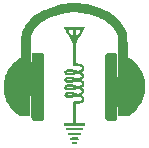
<source format=gbr>
%TF.GenerationSoftware,KiCad,Pcbnew,9.0.4*%
%TF.CreationDate,2025-11-06T21:14:43+01:00*%
%TF.ProjectId,pwr_latcher,7077725f-6c61-4746-9368-65722e6b6963,rev?*%
%TF.SameCoordinates,Original*%
%TF.FileFunction,Legend,Bot*%
%TF.FilePolarity,Positive*%
%FSLAX46Y46*%
G04 Gerber Fmt 4.6, Leading zero omitted, Abs format (unit mm)*
G04 Created by KiCad (PCBNEW 9.0.4) date 2025-11-06 21:14:43*
%MOMM*%
%LPD*%
G01*
G04 APERTURE LIST*
%ADD10C,0.000000*%
G04 APERTURE END LIST*
D10*
%TO.C,g1*%
G36*
X156910750Y-93687014D02*
G01*
X156910750Y-93781639D01*
X156728260Y-93781639D01*
X156545769Y-93781639D01*
X156545769Y-93687014D01*
X156545769Y-93592389D01*
X156728260Y-93592389D01*
X156910750Y-93592389D01*
X156910750Y-93687014D01*
G37*
G36*
X157248696Y-92889462D02*
G01*
X157248696Y-92997922D01*
X156724880Y-92994384D01*
X156201064Y-92990846D01*
X156201064Y-92889462D01*
X156201064Y-92788078D01*
X156724880Y-92784540D01*
X157248696Y-92781002D01*
X157248696Y-92889462D01*
G37*
G36*
X157059564Y-93217033D02*
G01*
X157060098Y-93231417D01*
X157063228Y-93271649D01*
X157068206Y-93318653D01*
X157076730Y-93389622D01*
X156729550Y-93389622D01*
X156382370Y-93389622D01*
X156386342Y-93291618D01*
X156390314Y-93193613D01*
X156724880Y-93189998D01*
X157059446Y-93186382D01*
X157059564Y-93217033D01*
G37*
G36*
X157435296Y-92475655D02*
G01*
X157436361Y-92510839D01*
X157435496Y-92550832D01*
X157432294Y-92573781D01*
X157431949Y-92574470D01*
X157425412Y-92578549D01*
X157410006Y-92581927D01*
X157383711Y-92584645D01*
X157344511Y-92586746D01*
X157290386Y-92588274D01*
X157219319Y-92589271D01*
X157129290Y-92589781D01*
X157018283Y-92589846D01*
X156884278Y-92589509D01*
X156725258Y-92588812D01*
X156025332Y-92585311D01*
X156025332Y-92490686D01*
X156025332Y-92396061D01*
X156728260Y-92396061D01*
X157431187Y-92396061D01*
X157435296Y-92475655D01*
G37*
G36*
X160004176Y-86009562D02*
G01*
X160061528Y-86010785D01*
X160103740Y-86013231D01*
X160135000Y-86017294D01*
X160159493Y-86023368D01*
X160181403Y-86031849D01*
X160204918Y-86043130D01*
X160274482Y-86091555D01*
X160327491Y-86157354D01*
X160358697Y-86234424D01*
X160358715Y-86234504D01*
X160359958Y-86253627D01*
X160361161Y-86298532D01*
X160362317Y-86367984D01*
X160363423Y-86460746D01*
X160364471Y-86575583D01*
X160365458Y-86711259D01*
X160366376Y-86866537D01*
X160367222Y-87040182D01*
X160367989Y-87230959D01*
X160368672Y-87437631D01*
X160369265Y-87658962D01*
X160369763Y-87893717D01*
X160370160Y-88140660D01*
X160370452Y-88398555D01*
X160370632Y-88666165D01*
X160370695Y-88942256D01*
X160370695Y-89067925D01*
X160370685Y-89372959D01*
X160370650Y-89652534D01*
X160370579Y-89907787D01*
X160370463Y-90139852D01*
X160370291Y-90349866D01*
X160370052Y-90538963D01*
X160369735Y-90708280D01*
X160369330Y-90858953D01*
X160368827Y-90992116D01*
X160368216Y-91108906D01*
X160367484Y-91210458D01*
X160366623Y-91297908D01*
X160365621Y-91372392D01*
X160364468Y-91435045D01*
X160363153Y-91487003D01*
X160361667Y-91529401D01*
X160359998Y-91563375D01*
X160358135Y-91590062D01*
X160356069Y-91610595D01*
X160353789Y-91626112D01*
X160351284Y-91637748D01*
X160348543Y-91646638D01*
X160345557Y-91653918D01*
X160317382Y-91700054D01*
X160260912Y-91749723D01*
X160186851Y-91779910D01*
X160177981Y-91781460D01*
X160139540Y-91784798D01*
X160080754Y-91787469D01*
X160006347Y-91789338D01*
X159921044Y-91790270D01*
X159829570Y-91790129D01*
X159524387Y-91787759D01*
X159469062Y-91751117D01*
X159456288Y-91742080D01*
X159412103Y-91704268D01*
X159375740Y-91664660D01*
X159364654Y-91649498D01*
X159351965Y-91627576D01*
X159343255Y-91601936D01*
X159337275Y-91566754D01*
X159332776Y-91516205D01*
X159328507Y-91444464D01*
X159327533Y-91420152D01*
X159326190Y-91363936D01*
X159324951Y-91284726D01*
X159323815Y-91184135D01*
X159322780Y-91063778D01*
X159321846Y-90925268D01*
X159321012Y-90770219D01*
X159320276Y-90600246D01*
X159319639Y-90416961D01*
X159319099Y-90221978D01*
X159318655Y-90016913D01*
X159318307Y-89803378D01*
X159318052Y-89582987D01*
X159317892Y-89357354D01*
X159317824Y-89128094D01*
X159317848Y-88896819D01*
X159317962Y-88665144D01*
X159318167Y-88434683D01*
X159318460Y-88207049D01*
X159318842Y-87983857D01*
X159319311Y-87766720D01*
X159319866Y-87557253D01*
X159320507Y-87357068D01*
X159321232Y-87167780D01*
X159322041Y-86991003D01*
X159322933Y-86828350D01*
X159323907Y-86681436D01*
X159324961Y-86551874D01*
X159326096Y-86441279D01*
X159327309Y-86351263D01*
X159328601Y-86283442D01*
X159329971Y-86239428D01*
X159331416Y-86220836D01*
X159351224Y-86175638D01*
X159392044Y-86119305D01*
X159444026Y-86069255D01*
X159499414Y-86034107D01*
X159515758Y-86027472D01*
X159539779Y-86020773D01*
X159570785Y-86015921D01*
X159612785Y-86012625D01*
X159669788Y-86010597D01*
X159745805Y-86009546D01*
X159844844Y-86009184D01*
X159927501Y-86009166D01*
X160004176Y-86009562D01*
G37*
G36*
X153513003Y-86024147D02*
G01*
X153627674Y-86025228D01*
X153678618Y-86025731D01*
X153782891Y-86026861D01*
X153864531Y-86028093D01*
X153926643Y-86029682D01*
X153972335Y-86031883D01*
X154004710Y-86034950D01*
X154026876Y-86039139D01*
X154041936Y-86044704D01*
X154052999Y-86051902D01*
X154063168Y-86060986D01*
X154070940Y-86069414D01*
X154095613Y-86110561D01*
X154113660Y-86162168D01*
X154115583Y-86175129D01*
X154117503Y-86200133D01*
X154119264Y-86237461D01*
X154120873Y-86288033D01*
X154122334Y-86352767D01*
X154123653Y-86432584D01*
X154124836Y-86528403D01*
X154125889Y-86641143D01*
X154126818Y-86771724D01*
X154127627Y-86921065D01*
X154128323Y-87090086D01*
X154128911Y-87279706D01*
X154129397Y-87490845D01*
X154129786Y-87724422D01*
X154130085Y-87981356D01*
X154130299Y-88262568D01*
X154130433Y-88568977D01*
X154130493Y-88901501D01*
X154130504Y-89115838D01*
X154130498Y-89415218D01*
X154130456Y-89689441D01*
X154130369Y-89939632D01*
X154130228Y-90166918D01*
X154130022Y-90372426D01*
X154129742Y-90557281D01*
X154129379Y-90722611D01*
X154128923Y-90869541D01*
X154128365Y-90999197D01*
X154127695Y-91112707D01*
X154126903Y-91211197D01*
X154125981Y-91295792D01*
X154124918Y-91367619D01*
X154123705Y-91427805D01*
X154122333Y-91477476D01*
X154120791Y-91517758D01*
X154119072Y-91549777D01*
X154117164Y-91574661D01*
X154115058Y-91593534D01*
X154112745Y-91607525D01*
X154110216Y-91617758D01*
X154107460Y-91625361D01*
X154085143Y-91669119D01*
X154036766Y-91727278D01*
X153970622Y-91769428D01*
X153959399Y-91774389D01*
X153939165Y-91781259D01*
X153914377Y-91786284D01*
X153881289Y-91789681D01*
X153836156Y-91791666D01*
X153775230Y-91792453D01*
X153694766Y-91792260D01*
X153591018Y-91791301D01*
X153265484Y-91787759D01*
X153200225Y-91747206D01*
X153199509Y-91746759D01*
X153144750Y-91702954D01*
X153107392Y-91653325D01*
X153105805Y-91650229D01*
X153102697Y-91643589D01*
X153099850Y-91635764D01*
X153097253Y-91625630D01*
X153094898Y-91612062D01*
X153092774Y-91593938D01*
X153090872Y-91570133D01*
X153089181Y-91539524D01*
X153087693Y-91500985D01*
X153086396Y-91453394D01*
X153085283Y-91395626D01*
X153084342Y-91326558D01*
X153083564Y-91245065D01*
X153082940Y-91150024D01*
X153082459Y-91040310D01*
X153082112Y-90914800D01*
X153081889Y-90772370D01*
X153081780Y-90611896D01*
X153081776Y-90432253D01*
X153081866Y-90232319D01*
X153082042Y-90010969D01*
X153082293Y-89767079D01*
X153082609Y-89499525D01*
X153082981Y-89207183D01*
X153083399Y-88888929D01*
X153083780Y-88580700D01*
X153084115Y-88282456D01*
X153084420Y-88009098D01*
X153084730Y-87759526D01*
X153085085Y-87532639D01*
X153085521Y-87327335D01*
X153086075Y-87142515D01*
X153086784Y-86977077D01*
X153087686Y-86829921D01*
X153088817Y-86699946D01*
X153090216Y-86586051D01*
X153091919Y-86487136D01*
X153093964Y-86402100D01*
X153096387Y-86329841D01*
X153099226Y-86269260D01*
X153102518Y-86219255D01*
X153106300Y-86178727D01*
X153110610Y-86146573D01*
X153115485Y-86121693D01*
X153120961Y-86102987D01*
X153127077Y-86089354D01*
X153133869Y-86079693D01*
X153141374Y-86072903D01*
X153149630Y-86067884D01*
X153158674Y-86063535D01*
X153168543Y-86058754D01*
X153179275Y-86052442D01*
X153184989Y-86048662D01*
X153198551Y-86040561D01*
X153213555Y-86034287D01*
X153233199Y-86029647D01*
X153260684Y-86026445D01*
X153299208Y-86024489D01*
X153351969Y-86023583D01*
X153422168Y-86023533D01*
X153513003Y-86024147D01*
G37*
G36*
X156760951Y-81820543D02*
G01*
X156905938Y-81823844D01*
X157048755Y-81829324D01*
X157183399Y-81836840D01*
X157303866Y-81846247D01*
X157404151Y-81857400D01*
X157757463Y-81915909D01*
X158147624Y-82005506D01*
X158535799Y-82121263D01*
X158923579Y-82263603D01*
X159053308Y-82316958D01*
X159253321Y-82404162D01*
X159446790Y-82494360D01*
X159628794Y-82585151D01*
X159794418Y-82674137D01*
X159938744Y-82758917D01*
X160013540Y-82807825D01*
X160159805Y-82916381D01*
X160308042Y-83041836D01*
X160452600Y-83178983D01*
X160587826Y-83322618D01*
X160708070Y-83467536D01*
X160788685Y-83579105D01*
X160877036Y-83717214D01*
X160959383Y-83862172D01*
X161032338Y-84007601D01*
X161092514Y-84147120D01*
X161136522Y-84274350D01*
X161139950Y-84286046D01*
X161154448Y-84335293D01*
X161166928Y-84378630D01*
X161177551Y-84418411D01*
X161186480Y-84456989D01*
X161193877Y-84496716D01*
X161199905Y-84539947D01*
X161204724Y-84589034D01*
X161208498Y-84646331D01*
X161211389Y-84714190D01*
X161213559Y-84794965D01*
X161215170Y-84891008D01*
X161216384Y-85004674D01*
X161217363Y-85138314D01*
X161218270Y-85294283D01*
X161219267Y-85474933D01*
X161224389Y-86380628D01*
X161373260Y-86473293D01*
X161527945Y-86577174D01*
X161728877Y-86735838D01*
X161915286Y-86910874D01*
X162081243Y-87097061D01*
X162114737Y-87139236D01*
X162273865Y-87364527D01*
X162408989Y-87600161D01*
X162520078Y-87844448D01*
X162607100Y-88095699D01*
X162670023Y-88352225D01*
X162708818Y-88612337D01*
X162723449Y-88874345D01*
X162713891Y-89136561D01*
X162680108Y-89397294D01*
X162622069Y-89654856D01*
X162539744Y-89907557D01*
X162433100Y-90153709D01*
X162302108Y-90391622D01*
X162146734Y-90619606D01*
X162146686Y-90619670D01*
X161996927Y-90802282D01*
X161832257Y-90971293D01*
X161648665Y-91130482D01*
X161442142Y-91283628D01*
X161310803Y-91374282D01*
X160875454Y-91374874D01*
X160440105Y-91375465D01*
X160435639Y-88033182D01*
X160431173Y-84690899D01*
X160402007Y-84596274D01*
X160388390Y-84553612D01*
X160332122Y-84403946D01*
X160264211Y-84262750D01*
X160182084Y-84126043D01*
X160083171Y-83989848D01*
X159964899Y-83850185D01*
X159824696Y-83703075D01*
X159800092Y-83678585D01*
X159690591Y-83573575D01*
X159586568Y-83481709D01*
X159484051Y-83400560D01*
X159379069Y-83327703D01*
X159267648Y-83260710D01*
X159145817Y-83197158D01*
X159009602Y-83134619D01*
X158855033Y-83070668D01*
X158678135Y-83002879D01*
X158468045Y-82927187D01*
X158191531Y-82836466D01*
X157929318Y-82761784D01*
X157677662Y-82702381D01*
X157432820Y-82657499D01*
X157191049Y-82626380D01*
X156948605Y-82608264D01*
X156701744Y-82602395D01*
X156654017Y-82602595D01*
X156470215Y-82607612D01*
X156292942Y-82619997D01*
X156115999Y-82640580D01*
X155933189Y-82670188D01*
X155738312Y-82709652D01*
X155525173Y-82759801D01*
X155495093Y-82767466D01*
X155385695Y-82797734D01*
X155262000Y-82834962D01*
X155128492Y-82877569D01*
X154989650Y-82923974D01*
X154849958Y-82972596D01*
X154713897Y-83021853D01*
X154585948Y-83070165D01*
X154470593Y-83115950D01*
X154372315Y-83157626D01*
X154295595Y-83193614D01*
X154117675Y-83295067D01*
X153933854Y-83423055D01*
X153752936Y-83572191D01*
X153578605Y-83739669D01*
X153517671Y-83804191D01*
X153382010Y-83961578D01*
X153268828Y-84115790D01*
X153175809Y-84270518D01*
X153100637Y-84429449D01*
X153040997Y-84596274D01*
X153012035Y-84690899D01*
X153007375Y-88033182D01*
X153002714Y-91375465D01*
X152572315Y-91375465D01*
X152141915Y-91375465D01*
X152022155Y-91296599D01*
X151888254Y-91203220D01*
X151671185Y-91026713D01*
X151474094Y-90832524D01*
X151297707Y-90621478D01*
X151142753Y-90394396D01*
X151009960Y-90152102D01*
X150971301Y-90070317D01*
X150905974Y-89916425D01*
X150852884Y-89765503D01*
X150807891Y-89606368D01*
X150794998Y-89553398D01*
X150745506Y-89283364D01*
X150722255Y-89012538D01*
X150724736Y-88742684D01*
X150752440Y-88475566D01*
X150804856Y-88212947D01*
X150881476Y-87956591D01*
X150981789Y-87708262D01*
X151105288Y-87469723D01*
X151251461Y-87242738D01*
X151419799Y-87029070D01*
X151609793Y-86830484D01*
X151679794Y-86766434D01*
X151780340Y-86681051D01*
X151884335Y-86599243D01*
X151986340Y-86525088D01*
X152080912Y-86462664D01*
X152162613Y-86416050D01*
X152220064Y-86386837D01*
X152220064Y-85549985D01*
X152220065Y-85536136D01*
X152220350Y-85352284D01*
X152221115Y-85184722D01*
X152222338Y-85034984D01*
X152223995Y-84904607D01*
X152226063Y-84795124D01*
X152228517Y-84708071D01*
X152231335Y-84644981D01*
X152234493Y-84607391D01*
X152251271Y-84504566D01*
X152307711Y-84277526D01*
X152390077Y-84052742D01*
X152497607Y-83831680D01*
X152629536Y-83615811D01*
X152785102Y-83406601D01*
X152963539Y-83205521D01*
X152984906Y-83183574D01*
X153115865Y-83057739D01*
X153253132Y-82941204D01*
X153400109Y-82831723D01*
X153560195Y-82727049D01*
X153736791Y-82624934D01*
X153933297Y-82523133D01*
X154153113Y-82419397D01*
X154292535Y-82357564D01*
X154634120Y-82218459D01*
X154967383Y-82101259D01*
X155296105Y-82004924D01*
X155624066Y-81928415D01*
X155955046Y-81870692D01*
X156292825Y-81830715D01*
X156373026Y-81825159D01*
X156488491Y-81821056D01*
X156619801Y-81819566D01*
X156760951Y-81820543D01*
G37*
G36*
X157482694Y-84098398D02*
G01*
X157441218Y-84174632D01*
X157391493Y-84265839D01*
X157335294Y-84368765D01*
X157274396Y-84480158D01*
X157210575Y-84596766D01*
X157145605Y-84715337D01*
X156843161Y-85266970D01*
X156843161Y-86082571D01*
X156843096Y-86224948D01*
X156842972Y-86375402D01*
X156843017Y-86502410D01*
X156843468Y-86607940D01*
X156844559Y-86693963D01*
X156846524Y-86762450D01*
X156849598Y-86815370D01*
X156854015Y-86854694D01*
X156860011Y-86882392D01*
X156867820Y-86900433D01*
X156877676Y-86910789D01*
X156889815Y-86915430D01*
X156904471Y-86916325D01*
X156921878Y-86915445D01*
X156942271Y-86914759D01*
X156956643Y-86915137D01*
X157026139Y-86922614D01*
X157108701Y-86937975D01*
X157194928Y-86958992D01*
X157275419Y-86983442D01*
X157340774Y-87009098D01*
X157409221Y-87045315D01*
X157483710Y-87101273D01*
X157534620Y-87165503D01*
X157563807Y-87240558D01*
X157573124Y-87328990D01*
X157573058Y-87338281D01*
X157568302Y-87394847D01*
X157553638Y-87442731D01*
X157525716Y-87487528D01*
X157481186Y-87534832D01*
X157416698Y-87590240D01*
X157416385Y-87590495D01*
X157373938Y-87625310D01*
X157349762Y-87647500D01*
X157341142Y-87661438D01*
X157343720Y-87667582D01*
X157345363Y-87671499D01*
X157359711Y-87682057D01*
X157372186Y-87690952D01*
X157411310Y-87723514D01*
X157455528Y-87764919D01*
X157498355Y-87808654D01*
X157533303Y-87848204D01*
X157553888Y-87877056D01*
X157554911Y-87879065D01*
X157568172Y-87925456D01*
X157572451Y-87984137D01*
X157567739Y-88042603D01*
X157554027Y-88088350D01*
X157539681Y-88109749D01*
X157505773Y-88148844D01*
X157461186Y-88193476D01*
X157412234Y-88237422D01*
X157365228Y-88274458D01*
X157326304Y-88302376D01*
X157342892Y-88315408D01*
X157410733Y-88368707D01*
X157431156Y-88385104D01*
X157497238Y-88445908D01*
X157541161Y-88502801D01*
X157565574Y-88559901D01*
X157573124Y-88621326D01*
X157567799Y-88672531D01*
X157541680Y-88740743D01*
X157492249Y-88807563D01*
X157417805Y-88875774D01*
X157415020Y-88878001D01*
X157378811Y-88907934D01*
X157353156Y-88930910D01*
X157343452Y-88942112D01*
X157343483Y-88942158D01*
X157346483Y-88946542D01*
X157365238Y-88966108D01*
X157397320Y-88996901D01*
X157438298Y-89034600D01*
X157458197Y-89053029D01*
X157500592Y-89095300D01*
X157534273Y-89132914D01*
X157553307Y-89159430D01*
X157566734Y-89197877D01*
X157574187Y-89258299D01*
X157570535Y-89319495D01*
X157555638Y-89368818D01*
X157550811Y-89377150D01*
X157519907Y-89417423D01*
X157475357Y-89464223D01*
X157424124Y-89510644D01*
X157373173Y-89549780D01*
X157332147Y-89577862D01*
X157328677Y-89580237D01*
X157386691Y-89617099D01*
X157400610Y-89626377D01*
X157464741Y-89680150D01*
X157519362Y-89743152D01*
X157556431Y-89806414D01*
X157569162Y-89849233D01*
X157575882Y-89922633D01*
X157569133Y-89999162D01*
X157549242Y-90067014D01*
X157524186Y-90113668D01*
X157460685Y-90187918D01*
X157374381Y-90248188D01*
X157265581Y-90294327D01*
X157134591Y-90326186D01*
X156981719Y-90343616D01*
X156843161Y-90352219D01*
X156843161Y-91167993D01*
X156843161Y-91983768D01*
X157228419Y-91983768D01*
X157613677Y-91983768D01*
X157613677Y-92085151D01*
X157613677Y-92186535D01*
X156721501Y-92186535D01*
X155829324Y-92186535D01*
X155829324Y-92085151D01*
X155829324Y-91983768D01*
X156228100Y-91983768D01*
X156626876Y-91983768D01*
X156626876Y-91065940D01*
X156626876Y-90148113D01*
X156812746Y-90139041D01*
X156885770Y-90135054D01*
X156984824Y-90127511D01*
X157064311Y-90117946D01*
X157128842Y-90105596D01*
X157183026Y-90089692D01*
X157231472Y-90069471D01*
X157270937Y-90046748D01*
X157320666Y-90003424D01*
X157353339Y-89954744D01*
X157366128Y-89905450D01*
X157356205Y-89860284D01*
X157346575Y-89846837D01*
X157310990Y-89815336D01*
X157260407Y-89782639D01*
X157202175Y-89753196D01*
X157143640Y-89731461D01*
X157129112Y-89727299D01*
X157102962Y-89721089D01*
X157077962Y-89718706D01*
X157048639Y-89720718D01*
X157009526Y-89727691D01*
X156955150Y-89740192D01*
X156880043Y-89758789D01*
X156688722Y-89802056D01*
X156515360Y-89831233D01*
X156363305Y-89845363D01*
X156231993Y-89844473D01*
X156120858Y-89828590D01*
X156029336Y-89797737D01*
X155966999Y-89763386D01*
X155916362Y-89718919D01*
X155886381Y-89665620D01*
X155873625Y-89599110D01*
X155873904Y-89581744D01*
X156087535Y-89581744D01*
X156098890Y-89600795D01*
X156136030Y-89617209D01*
X156150027Y-89620481D01*
X156197884Y-89626723D01*
X156258093Y-89629754D01*
X156326276Y-89629901D01*
X156398057Y-89627496D01*
X156469060Y-89622865D01*
X156534910Y-89616339D01*
X156591229Y-89608247D01*
X156633642Y-89598917D01*
X156657773Y-89588679D01*
X156659246Y-89577862D01*
X156651672Y-89573035D01*
X156617397Y-89562819D01*
X156563961Y-89554000D01*
X156496832Y-89546895D01*
X156421477Y-89541819D01*
X156343363Y-89539092D01*
X156267957Y-89539028D01*
X156200726Y-89541947D01*
X156147138Y-89548164D01*
X156139957Y-89549553D01*
X156101410Y-89563512D01*
X156087535Y-89581744D01*
X155873904Y-89581744D01*
X155874333Y-89555002D01*
X155894945Y-89483925D01*
X155939730Y-89423608D01*
X156007931Y-89374923D01*
X156098793Y-89338744D01*
X156127555Y-89331425D01*
X156167753Y-89325057D01*
X156216307Y-89322105D01*
X156279407Y-89322253D01*
X156363240Y-89325184D01*
X156421188Y-89328426D01*
X156545389Y-89340876D01*
X156669691Y-89361759D01*
X156801988Y-89392550D01*
X156950175Y-89434722D01*
X157063947Y-89469373D01*
X157139424Y-89434837D01*
X157174033Y-89418254D01*
X157237917Y-89383777D01*
X157293417Y-89349019D01*
X157335019Y-89317569D01*
X157357214Y-89293018D01*
X157362982Y-89276399D01*
X157362142Y-89247489D01*
X157361398Y-89245879D01*
X157342987Y-89225874D01*
X157307466Y-89197862D01*
X157260980Y-89165882D01*
X157209675Y-89133973D01*
X157159696Y-89106173D01*
X157117190Y-89086522D01*
X157115851Y-89086003D01*
X157091600Y-89077324D01*
X157069960Y-89072968D01*
X157045218Y-89073587D01*
X157011663Y-89079832D01*
X156963580Y-89092351D01*
X156895258Y-89111797D01*
X156769251Y-89145119D01*
X156607712Y-89178594D01*
X156457728Y-89198921D01*
X156321080Y-89206211D01*
X156199553Y-89200573D01*
X156094927Y-89182115D01*
X156008987Y-89150946D01*
X155943515Y-89107176D01*
X155900292Y-89050914D01*
X155897957Y-89046180D01*
X155874075Y-88971665D01*
X155874077Y-88936510D01*
X156086457Y-88936510D01*
X156092934Y-88953743D01*
X156123337Y-88971101D01*
X156142530Y-88975913D01*
X156186499Y-88981992D01*
X156244535Y-88986942D01*
X156309207Y-88990009D01*
X156368463Y-88990888D01*
X156458082Y-88988679D01*
X156533188Y-88982253D01*
X156590678Y-88972058D01*
X156627447Y-88958544D01*
X156640394Y-88942158D01*
X156630335Y-88933334D01*
X156597061Y-88922144D01*
X156544409Y-88910515D01*
X156476405Y-88899319D01*
X156397073Y-88889429D01*
X156376569Y-88887489D01*
X156304542Y-88884565D01*
X156237855Y-88887310D01*
X156179605Y-88894802D01*
X156132890Y-88906115D01*
X156100808Y-88920326D01*
X156086457Y-88936510D01*
X155874077Y-88936510D01*
X155874080Y-88899771D01*
X155898025Y-88835421D01*
X155912570Y-88813151D01*
X155948319Y-88772348D01*
X155994454Y-88739972D01*
X156059127Y-88709658D01*
X156065721Y-88706992D01*
X156100101Y-88694871D01*
X156135021Y-88686926D01*
X156177100Y-88682385D01*
X156232955Y-88680474D01*
X156309207Y-88680420D01*
X156379383Y-88681968D01*
X156540333Y-88694983D01*
X156698330Y-88722550D01*
X156864885Y-88766451D01*
X156868114Y-88767422D01*
X156956468Y-88791362D01*
X157026834Y-88803596D01*
X157085354Y-88804205D01*
X157138167Y-88793275D01*
X157191416Y-88770888D01*
X157238783Y-88744017D01*
X157288163Y-88710362D01*
X157330189Y-88676331D01*
X157359405Y-88646371D01*
X157370356Y-88624934D01*
X157369887Y-88620541D01*
X157353818Y-88593344D01*
X157319020Y-88561120D01*
X157271153Y-88527225D01*
X157215876Y-88495018D01*
X157158847Y-88467855D01*
X157105728Y-88449096D01*
X157062176Y-88442097D01*
X157040927Y-88443805D01*
X156993128Y-88451846D01*
X156933150Y-88464978D01*
X156869162Y-88481531D01*
X156674748Y-88530037D01*
X156498244Y-88561450D01*
X156342052Y-88575098D01*
X156206188Y-88570983D01*
X156090671Y-88549104D01*
X155995516Y-88509459D01*
X155977460Y-88498182D01*
X155919631Y-88444166D01*
X155882800Y-88377090D01*
X155870168Y-88303456D01*
X156088189Y-88303456D01*
X156097357Y-88321896D01*
X156133041Y-88341403D01*
X156139311Y-88343714D01*
X156184089Y-88352756D01*
X156247186Y-88358054D01*
X156321579Y-88359603D01*
X156400247Y-88357398D01*
X156476170Y-88351434D01*
X156542325Y-88341706D01*
X156573127Y-88335404D01*
X156614376Y-88324959D01*
X156632744Y-88315408D01*
X156630805Y-88304871D01*
X156611136Y-88291467D01*
X156609428Y-88290609D01*
X156580401Y-88283399D01*
X156531132Y-88277324D01*
X156467519Y-88272532D01*
X156395457Y-88269170D01*
X156320846Y-88267387D01*
X156249581Y-88267331D01*
X156187561Y-88269149D01*
X156140682Y-88272990D01*
X156114842Y-88279003D01*
X156105131Y-88284690D01*
X156088189Y-88303456D01*
X155870168Y-88303456D01*
X155869877Y-88301762D01*
X155873090Y-88265711D01*
X155898079Y-88199505D01*
X155946108Y-88142623D01*
X156015122Y-88096635D01*
X156103066Y-88063111D01*
X156207884Y-88043620D01*
X156225447Y-88042056D01*
X156318885Y-88040688D01*
X156429782Y-88048077D01*
X156551815Y-88063308D01*
X156678664Y-88085466D01*
X156804008Y-88113637D01*
X156921525Y-88146906D01*
X156962008Y-88159545D01*
X157010078Y-88172835D01*
X157044011Y-88178535D01*
X157070754Y-88177597D01*
X157097256Y-88170971D01*
X157117117Y-88163969D01*
X157172557Y-88138998D01*
X157229724Y-88107019D01*
X157283353Y-88071677D01*
X157328178Y-88036616D01*
X157358934Y-88005481D01*
X157370356Y-87981917D01*
X157367817Y-87972131D01*
X157346581Y-87944995D01*
X157308398Y-87912740D01*
X157258860Y-87878754D01*
X157203557Y-87846423D01*
X157148081Y-87819136D01*
X157098021Y-87800279D01*
X157058968Y-87793241D01*
X157043902Y-87794512D01*
X157001326Y-87802426D01*
X156945727Y-87815978D01*
X156885213Y-87833300D01*
X156828246Y-87850409D01*
X156712333Y-87881324D01*
X156606729Y-87902820D01*
X156501772Y-87916670D01*
X156387801Y-87924650D01*
X156346801Y-87926151D01*
X156220490Y-87924323D01*
X156116288Y-87911179D01*
X156032044Y-87886144D01*
X155965605Y-87848641D01*
X155914822Y-87798097D01*
X155906286Y-87786496D01*
X155887872Y-87753775D01*
X155879157Y-87717157D01*
X155877027Y-87668849D01*
X156088409Y-87668849D01*
X156107104Y-87687820D01*
X156147138Y-87701011D01*
X156179903Y-87704558D01*
X156234644Y-87707349D01*
X156301376Y-87708940D01*
X156372302Y-87709297D01*
X156439622Y-87708387D01*
X156495538Y-87706177D01*
X156532251Y-87702635D01*
X156589058Y-87691313D01*
X156632705Y-87678984D01*
X156655060Y-87667582D01*
X156653332Y-87658132D01*
X156630274Y-87649833D01*
X156580911Y-87640101D01*
X156515271Y-87631862D01*
X156439431Y-87625426D01*
X156359465Y-87621100D01*
X156281448Y-87619193D01*
X156211458Y-87620013D01*
X156155567Y-87623868D01*
X156119854Y-87631066D01*
X156092696Y-87648310D01*
X156088409Y-87668849D01*
X155877027Y-87668849D01*
X155876865Y-87665165D01*
X155877080Y-87641710D01*
X155881143Y-87597909D01*
X155892916Y-87564666D01*
X155915744Y-87530381D01*
X155919250Y-87525941D01*
X155967494Y-87481438D01*
X156030645Y-87444310D01*
X156067714Y-87429992D01*
X156161373Y-87409383D01*
X156274462Y-87401235D01*
X156403982Y-87405382D01*
X156546933Y-87421660D01*
X156700317Y-87449904D01*
X156861134Y-87489949D01*
X156864527Y-87490900D01*
X156929823Y-87508506D01*
X156987682Y-87522910D01*
X157031932Y-87532649D01*
X157056404Y-87536259D01*
X157078951Y-87532172D01*
X157122919Y-87515977D01*
X157176527Y-87490876D01*
X157232615Y-87460547D01*
X157284024Y-87428671D01*
X157323594Y-87398928D01*
X157327943Y-87395081D01*
X157355849Y-87366720D01*
X157366548Y-87343210D01*
X157364636Y-87315171D01*
X157357239Y-87289795D01*
X157328370Y-87244857D01*
X157279240Y-87208051D01*
X157207690Y-87177999D01*
X157111560Y-87153317D01*
X157099517Y-87150947D01*
X157031473Y-87139993D01*
X156954048Y-87130452D01*
X156881757Y-87124163D01*
X156860725Y-87122816D01*
X156793688Y-87118136D01*
X156731138Y-87113271D01*
X156684327Y-87109080D01*
X156613358Y-87101886D01*
X156613358Y-86190231D01*
X156613358Y-85278577D01*
X156226404Y-84575266D01*
X156160307Y-84454733D01*
X156094836Y-84334505D01*
X156034743Y-84223294D01*
X155981132Y-84123189D01*
X155951359Y-84066965D01*
X156194305Y-84066965D01*
X156195335Y-84069247D01*
X156206593Y-84090200D01*
X156228958Y-84130597D01*
X156260802Y-84187535D01*
X156300498Y-84258111D01*
X156346420Y-84339423D01*
X156396942Y-84428567D01*
X156599579Y-84785524D01*
X156599710Y-84423922D01*
X156599767Y-84264155D01*
X156845388Y-84264155D01*
X156845574Y-84350736D01*
X156846306Y-84445847D01*
X156849920Y-84795136D01*
X157049308Y-84436291D01*
X157069218Y-84400421D01*
X157117377Y-84313329D01*
X157160375Y-84235110D01*
X157196610Y-84168708D01*
X157224477Y-84117072D01*
X157242374Y-84083148D01*
X157248696Y-84069883D01*
X157246268Y-84068698D01*
X157223394Y-84066182D01*
X157180270Y-84064158D01*
X157121644Y-84062810D01*
X157052263Y-84062320D01*
X157002005Y-84062532D01*
X156933173Y-84064033D01*
X156886732Y-84067186D01*
X156859742Y-84072239D01*
X156849261Y-84079439D01*
X156847803Y-84093551D01*
X156846534Y-84131766D01*
X156845719Y-84189899D01*
X156845388Y-84264155D01*
X156599767Y-84264155D01*
X156599840Y-84062320D01*
X156397073Y-84062320D01*
X156360745Y-84062395D01*
X156294937Y-84062957D01*
X156242146Y-84063977D01*
X156207044Y-84065348D01*
X156194305Y-84066965D01*
X155951359Y-84066965D01*
X155935110Y-84036280D01*
X155897782Y-83964655D01*
X155870255Y-83910403D01*
X155853633Y-83875613D01*
X155849024Y-83862375D01*
X155850232Y-83861860D01*
X155871281Y-83859655D01*
X155915811Y-83857571D01*
X155980929Y-83855624D01*
X156063738Y-83853833D01*
X156161343Y-83852215D01*
X156270848Y-83850788D01*
X156389357Y-83849569D01*
X156513975Y-83848576D01*
X156641807Y-83847826D01*
X156769956Y-83847338D01*
X156895527Y-83847129D01*
X157015624Y-83847217D01*
X157127352Y-83847619D01*
X157227816Y-83848353D01*
X157314118Y-83849436D01*
X157383365Y-83850886D01*
X157432660Y-83852722D01*
X157609865Y-83862118D01*
X157528957Y-84012911D01*
X157514147Y-84040388D01*
X157498155Y-84069883D01*
X157482694Y-84098398D01*
G37*
%TD*%
M02*

</source>
